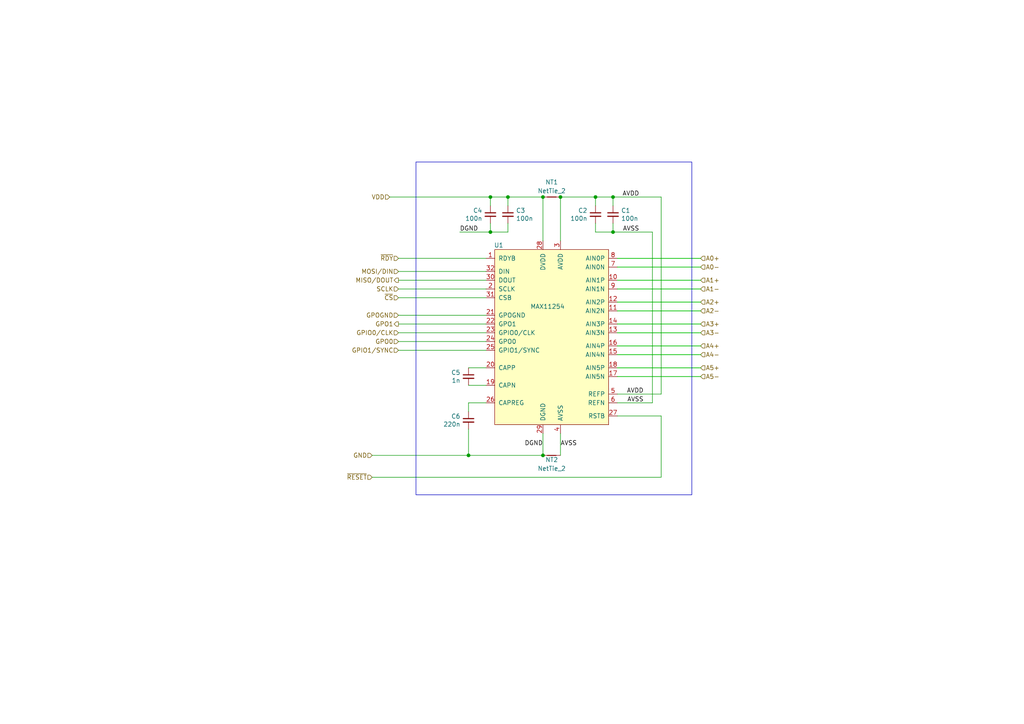
<source format=kicad_sch>
(kicad_sch (version 20250114) (generator "eeschema") (generator_version "9.0")
  (paper "A4")
  (lib_symbols
    (symbol "Device:C_Small" (pin_numbers (hide yes)) (pin_names (offset 0.254) (hide yes))
      (property "Reference" "C" (at 0.254 1.778 0))
      (property "Value" "C_Small" (at 0.254 -2.032 0))
      (symbol "C_Small_0_1"
        (polyline (pts (xy -1.524 0.508) (xy 1.524 0.508)) (stroke (width 0.3048)))
        (polyline (pts (xy -1.524 -0.508) (xy 1.524 -0.508)) (stroke (width 0.3302)))
      )
      (symbol "C_Small_1_1"
        (pin passive line (at 0 2.54 270) (length 2.032) (name "~") (number "1"))
        (pin passive line (at 0 -2.54 90) (length 2.032) (name "~") (number "2"))
      )
    )
    (symbol "Device:NetTie_2" (pin_numbers (hide yes)) (pin_names (offset 0) (hide yes)) (in_bom no)
      (property "Reference" "NT" (at 0 1.27 0))
      (property "Value" "NetTie_2" (at 0 -1.27 0))
      (symbol "NetTie_2_0_1"
        (polyline (pts (xy -1.27 0) (xy 1.27 0)) (stroke (width 0.254)))
      )
      (symbol "NetTie_2_1_1"
        (pin passive line (at -2.54 0 0) (length 2.54) (name "1") (number "1"))
        (pin passive line (at 2.54 0 180) (length 2.54) (name "2") (number "2"))
      )
    )
    (symbol "william_adc:MAX11254" (pin_names (offset 1.016))
      (property "Reference" "U" (at 10.16 26.67 0))
      (property "Value" "MAX11254" (at 0 5.08 0))
      (symbol "MAX11254_0_1"
        (rectangle (start -16.51 25.4) (end 16.51 -25.4) (fill (type background)))
      )
      (symbol "MAX11254_1_1"
        (pin input line (at -19.05 22.86 0) (length 2.54) (name "AIN0P") (number "8"))
        (pin input line (at -19.05 20.32 0) (length 2.54) (name "AIN0N") (number "7"))
        (pin input line (at -19.05 16.51 0) (length 2.54) (name "AIN1P") (number "10"))
        (pin input line (at -19.05 13.97 0) (length 2.54) (name "AIN1N") (number "9"))
        (pin input line (at -19.05 10.16 0) (length 2.54) (name "AIN2P") (number "12"))
        (pin input line (at -19.05 7.62 0) (length 2.54) (name "AIN2N") (number "11"))
        (pin input line (at -19.05 3.81 0) (length 2.54) (name "AIN3P") (number "14"))
        (pin input line (at -19.05 1.27 0) (length 2.54) (name "AIN3N") (number "13"))
        (pin input line (at -19.05 -2.54 0) (length 2.54) (name "AIN4P") (number "16"))
        (pin input line (at -19.05 -5.08 0) (length 2.54) (name "AIN4N") (number "15"))
        (pin input line (at -19.05 -8.89 0) (length 2.54) (name "AIN5P") (number "18"))
        (pin input line (at -19.05 -11.43 0) (length 2.54) (name "AIN5N") (number "17"))
        (pin input line (at -19.05 -16.51 0) (length 2.54) (name "REFP") (number "5"))
        (pin input line (at -19.05 -19.05 0) (length 2.54) (name "REFN") (number "6"))
        (pin input line (at -19.05 -22.86 0) (length 2.54) (name "RSTB") (number "27"))
        (pin power_in line (at -2.54 27.94 270) (length 2.54) (name "AVDD") (number "3"))
        (pin passive line (at -2.54 -27.94 90) (length 2.54) (hide yes) (name "EP") (number "33"))
        (pin power_in line (at -2.54 -27.94 90) (length 2.54) (name "AVSS") (number "4"))
        (pin power_in line (at 2.54 27.94 270) (length 2.54) (name "DVDD") (number "28"))
        (pin power_in line (at 2.54 -27.94 90) (length 2.54) (name "DGND") (number "29"))
        (pin output line (at 19.05 22.86 180) (length 2.54) (name "RDYB") (number "1"))
        (pin input line (at 19.05 19.05 180) (length 2.54) (name "DIN") (number "32"))
        (pin output line (at 19.05 16.51 180) (length 2.54) (name "DOUT") (number "30"))
        (pin input line (at 19.05 13.97 180) (length 2.54) (name "SCLK") (number "2"))
        (pin input line (at 19.05 11.43 180) (length 2.54) (name "CSB") (number "31"))
        (pin output line (at 19.05 6.35 180) (length 2.54) (name "GPOGND") (number "21"))
        (pin open_collector line (at 19.05 3.81 180) (length 2.54) (name "GPO1") (number "22"))
        (pin bidirectional line (at 19.05 1.27 180) (length 2.54) (name "GPIO0/CLK") (number "23"))
        (pin open_collector line (at 19.05 -1.27 180) (length 2.54) (name "GPO0") (number "24"))
        (pin bidirectional line (at 19.05 -3.81 180) (length 2.54) (name "GPIO1/SYNC") (number "25"))
        (pin input line (at 19.05 -8.89 180) (length 2.54) (name "CAPP") (number "20"))
        (pin input line (at 19.05 -13.97 180) (length 2.54) (name "CAPN") (number "19"))
        (pin output line (at 19.05 -19.05 180) (length 2.54) (name "CAPREG") (number "26"))
      )
    )
  )
  (rectangle (start 120.65 46.99) (end 200.66 143.51))
  (junction (at 177.8 57.15))
  (junction (at 162.56 57.15))
  (junction (at 157.48 132.08))
  (junction (at 142.24 67.31))
  (junction (at 157.48 57.15))
  (junction (at 142.24 57.15))
  (junction (at 147.32 57.15))
  (junction (at 177.8 67.31))
  (junction (at 172.72 57.15))
  (junction (at 135.89 132.08))
  (wire (pts (xy 135.89 116.84) (xy 140.97 116.84)))
  (wire (pts (xy 147.32 57.15) (xy 157.48 57.15)))
  (wire (pts (xy 172.72 64.77) (xy 172.72 67.31)))
  (wire (pts (xy 203.2 77.47) (xy 179.07 77.47)) (stroke (width 0.2032) (color 0 194 0 1)))
  (wire (pts (xy 140.97 111.76) (xy 135.89 111.76)))
  (wire (pts (xy 172.72 67.31) (xy 177.8 67.31)))
  (wire (pts (xy 177.8 64.77) (xy 177.8 67.31)))
  (wire (pts (xy 142.24 64.77) (xy 142.24 67.31)))
  (wire (pts (xy 203.2 87.63) (xy 179.07 87.63)) (stroke (width 0.2032) (color 0 194 0 1)))
  (wire (pts (xy 162.56 57.15) (xy 172.72 57.15)))
  (wire (pts (xy 203.2 93.98) (xy 179.07 93.98)) (stroke (width 0.2032) (color 0 194 0 1)))
  (wire (pts (xy 140.97 81.28) (xy 115.57 81.28)))
  (wire (pts (xy 191.77 120.65) (xy 179.07 120.65)))
  (wire (pts (xy 115.57 101.6) (xy 140.97 101.6)))
  (wire (pts (xy 157.48 57.15) (xy 157.48 69.85)))
  (wire (pts (xy 140.97 99.06) (xy 115.57 99.06)))
  (wire (pts (xy 113.03 57.15) (xy 142.24 57.15)))
  (wire (pts (xy 135.89 124.46) (xy 135.89 132.08)))
  (wire (pts (xy 133.35 67.31) (xy 142.24 67.31)))
  (wire (pts (xy 189.23 116.84) (xy 189.23 67.31)))
  (wire (pts (xy 203.2 90.17) (xy 179.07 90.17)) (stroke (width 0.2032) (color 0 194 0 1)))
  (wire (pts (xy 140.97 74.93) (xy 115.57 74.93)))
  (wire (pts (xy 191.77 138.43) (xy 191.77 120.65)))
  (wire (pts (xy 203.2 106.68) (xy 179.07 106.68)) (stroke (width 0.2032) (color 0 194 0 1)))
  (wire (pts (xy 203.2 81.28) (xy 179.07 81.28)) (stroke (width 0.2032) (color 0 194 0 1)))
  (wire (pts (xy 203.2 96.52) (xy 179.07 96.52)) (stroke (width 0.2032) (color 0 194 0 1)))
  (wire (pts (xy 147.32 67.31) (xy 147.32 64.77)))
  (wire (pts (xy 203.2 83.82) (xy 179.07 83.82)) (stroke (width 0.2032) (color 0 194 0 1)))
  (wire (pts (xy 135.89 119.38) (xy 135.89 116.84)))
  (wire (pts (xy 157.48 125.73) (xy 157.48 132.08)))
  (wire (pts (xy 162.56 125.73) (xy 162.56 132.08)))
  (wire (pts (xy 177.8 57.15) (xy 177.8 59.69)))
  (wire (pts (xy 203.2 109.22) (xy 179.07 109.22)) (stroke (width 0.2032) (color 0 194 0 1)))
  (wire (pts (xy 107.95 132.08) (xy 135.89 132.08)))
  (wire (pts (xy 203.2 102.87) (xy 179.07 102.87)) (stroke (width 0.2032) (color 0 194 0 1)))
  (wire (pts (xy 191.77 57.15) (xy 191.77 114.3)))
  (wire (pts (xy 135.89 132.08) (xy 157.48 132.08)))
  (wire (pts (xy 140.97 91.44) (xy 115.57 91.44)))
  (wire (pts (xy 162.56 57.15) (xy 162.56 69.85)))
  (wire (pts (xy 179.07 116.84) (xy 189.23 116.84)))
  (wire (pts (xy 172.72 57.15) (xy 177.8 57.15)))
  (wire (pts (xy 142.24 57.15) (xy 147.32 57.15)))
  (wire (pts (xy 203.2 100.33) (xy 179.07 100.33)) (stroke (width 0.2032) (color 0 194 0 1)))
  (wire (pts (xy 179.07 114.3) (xy 191.77 114.3)))
  (wire (pts (xy 115.57 83.82) (xy 140.97 83.82)))
  (wire (pts (xy 140.97 93.98) (xy 115.57 93.98)))
  (wire (pts (xy 135.89 106.68) (xy 140.97 106.68)))
  (wire (pts (xy 107.95 138.43) (xy 191.77 138.43)))
  (wire (pts (xy 142.24 67.31) (xy 147.32 67.31)))
  (wire (pts (xy 177.8 67.31) (xy 189.23 67.31)))
  (wire (pts (xy 147.32 59.69) (xy 147.32 57.15)))
  (wire (pts (xy 142.24 59.69) (xy 142.24 57.15)))
  (wire (pts (xy 140.97 78.74) (xy 115.57 78.74)))
  (wire (pts (xy 115.57 96.52) (xy 140.97 96.52)))
  (wire (pts (xy 203.2 74.93) (xy 179.07 74.93)) (stroke (width 0.2032) (color 0 194 0 1)))
  (wire (pts (xy 177.8 57.15) (xy 191.77 57.15)))
  (wire (pts (xy 172.72 59.69) (xy 172.72 57.15)))
  (wire (pts (xy 140.97 86.36) (xy 115.57 86.36)))
  (label "AVSS" (at 185.42 67.31 180))
  (label "AVSS" (at 162.56 129.54 0))
  (label "AVSS" (at 186.69 116.84 180))
  (label "AVDD" (at 186.69 114.3 180))
  (label "DGND" (at 133.35 67.31 0))
  (label "AVDD" (at 185.42 57.15 180))
  (label "DGND" (at 157.48 129.54 180))
  (hierarchical_label "~{RDY}" (shape input) (at 115.57 74.93 180))
  (hierarchical_label "GPIO1{slash}SYNC" (shape input) (at 115.57 101.6 180))
  (hierarchical_label "A5-" (shape input) (at 203.2 109.22 0))
  (hierarchical_label "VDD" (shape input) (at 113.03 57.15 180))
  (hierarchical_label "GPOGND" (shape input) (at 115.57 91.44 180))
  (hierarchical_label "GPO0" (shape input) (at 115.57 99.06 180))
  (hierarchical_label "A0+" (shape input) (at 203.2 74.93 0))
  (hierarchical_label "A2-" (shape input) (at 203.2 90.17 0))
  (hierarchical_label "A3+" (shape input) (at 203.2 93.98 0))
  (hierarchical_label "~{CS}" (shape input) (at 115.57 86.36 180))
  (hierarchical_label "SCLK" (shape input) (at 115.57 83.82 180))
  (hierarchical_label "A2+" (shape input) (at 203.2 87.63 0))
  (hierarchical_label "A4-" (shape input) (at 203.2 102.87 0))
  (hierarchical_label "A4+" (shape input) (at 203.2 100.33 0))
  (hierarchical_label "GPO1" (shape output) (at 115.57 93.98 180))
  (hierarchical_label "A1+" (shape input) (at 203.2 81.28 0))
  (hierarchical_label "GND" (shape input) (at 107.95 132.08 180))
  (hierarchical_label "MISO{slash}DOUT" (shape output) (at 115.57 81.28 180))
  (hierarchical_label "MOSI{slash}DIN" (shape input) (at 115.57 78.74 180))
  (hierarchical_label "A5+" (shape input) (at 203.2 106.68 0))
  (hierarchical_label "A0-" (shape input) (at 203.2 77.47 0))
  (hierarchical_label "A1-" (shape input) (at 203.2 83.82 0))
  (hierarchical_label "A3-" (shape input) (at 203.2 96.52 0))
  (hierarchical_label "GPIO0{slash}CLK" (shape input) (at 115.57 96.52 180))
  (hierarchical_label "~{RESET}" (shape input) (at 107.95 138.43 180))
  (symbol (lib_id "william_adc:MAX11254") (at 160.02 97.79 0) (mirror y) (unit 1)
    (property "Reference" "U1" (at 146.05 71.12 0) (effects (justify left)))
    (property "Value" "MAX11254" (at 163.83 88.9 0) (effects (justify left)))
    (property "Footprint" "Package_DFN_QFN:QFN-32-1EP_5x5mm_P0.5mm_EP3.1x3.1mm" (effects (hide yes)))
  )
  (symbol (lib_id "Device:C_Small") (at 135.89 121.92 0) (mirror y) (unit 1)
    (property "Reference" "C6" (at 133.5532 120.7516 0) (effects (justify left)))
    (property "Value" "220n" (at 133.5532 123.063 0) (effects (justify left)))
  )
  (symbol (lib_id "Device:C_Small") (at 135.89 109.22 0) (mirror y) (unit 1)
    (property "Reference" "C5" (at 133.5532 108.0516 0) (effects (justify left)))
    (property "Value" "1n" (at 133.5532 110.363 0) (effects (justify left)))
  )
  (symbol (lib_id "Device:C_Small") (at 172.72 62.23 0) (mirror y) (unit 1)
    (property "Reference" "C2" (at 170.3832 61.0616 0) (effects (justify left)))
    (property "Value" "100n" (at 170.3832 63.373 0) (effects (justify left)))
    (property "Footprint" "Capacitor_SMD:C_0603_1608Metric" (effects (hide yes)))
  )
  (symbol (lib_id "Device:C_Small") (at 177.8 62.23 0) (unit 1)
    (property "Reference" "C1" (at 180.1368 61.0616 0) (effects (justify left)))
    (property "Value" "100n" (at 180.1368 63.373 0) (effects (justify left)))
    (property "Footprint" "Capacitor_SMD:C_0603_1608Metric" (effects (hide yes)))
  )
  (symbol (lib_id "Device:C_Small") (at 142.24 62.23 0) (mirror y) (unit 1)
    (property "Reference" "C4" (at 139.9032 61.0616 0) (effects (justify left)))
    (property "Value" "100n" (at 139.9032 63.373 0) (effects (justify left)))
    (property "Footprint" "Capacitor_SMD:C_0603_1608Metric" (effects (hide yes)))
  )
  (symbol (lib_id "Device:C_Small") (at 147.32 62.23 0) (unit 1)
    (property "Reference" "C3" (at 149.6568 61.0616 0) (effects (justify left)))
    (property "Value" "100n" (at 149.6568 63.373 0) (effects (justify left)))
    (property "Footprint" "Capacitor_SMD:C_0603_1608Metric" (effects (hide yes)))
  )
  (symbol (lib_id "Device:NetTie_2") (at 160.02 132.08 0) (mirror y) (unit 1) (in_bom no)
    (property "Reference" "NT2" (at 160.02 133.35 0))
    (property "Value" "NetTie_2" (at 160.02 135.89 0))
  )
  (symbol (lib_id "Device:NetTie_2") (at 160.02 57.15 0) (mirror y) (unit 1) (in_bom no)
    (property "Reference" "NT1" (at 160.02 52.832 0))
    (property "Value" "NetTie_2" (at 160.02 55.372 0))
  )
)
</source>
